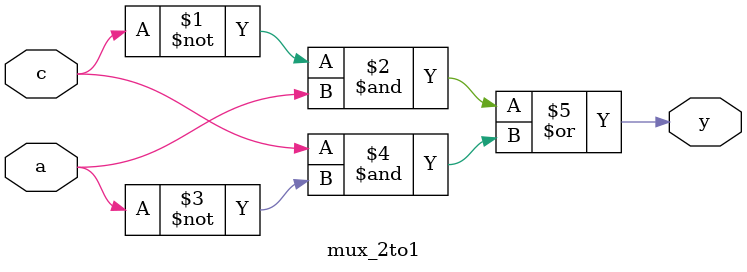
<source format=v>
module mux_2to1 (
    input wire a,    // Entrada 'a'
    input wire c,    // Seletor 'c'
    output wire y    // Saída 'y'
);

    assign y = (~c & a) | (c & ~a);  // Implementa a lógica do MUX

endmodule

</source>
